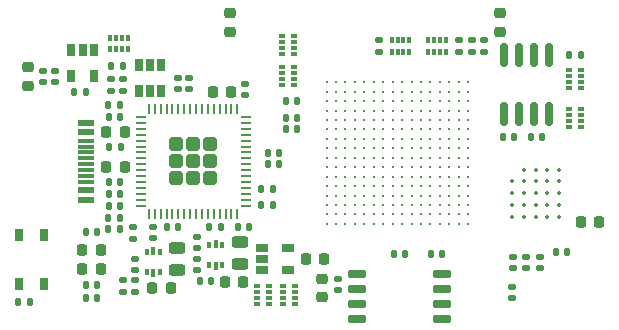
<source format=gtp>
G04 #@! TF.GenerationSoftware,KiCad,Pcbnew,(5.99.0-7519-ga8269b6380)*
G04 #@! TF.CreationDate,2020-12-12T14:20:42-08:00*
G04 #@! TF.ProjectId,icebreaker++,69636562-7265-4616-9b65-722b2b2e6b69,V0.1*
G04 #@! TF.SameCoordinates,PX1c9c380PY3ef1480*
G04 #@! TF.FileFunction,Paste,Top*
G04 #@! TF.FilePolarity,Positive*
%FSLAX46Y46*%
G04 Gerber Fmt 4.6, Leading zero omitted, Abs format (unit mm)*
G04 Created by KiCad (PCBNEW (5.99.0-7519-ga8269b6380)) date 2020-12-12 14:20:42*
%MOMM*%
%LPD*%
G01*
G04 APERTURE LIST*
G04 Aperture macros list*
%AMRoundRect*
0 Rectangle with rounded corners*
0 $1 Rounding radius*
0 $2 $3 $4 $5 $6 $7 $8 $9 X,Y pos of 4 corners*
0 Add a 4 corners polygon primitive as box body*
4,1,4,$2,$3,$4,$5,$6,$7,$8,$9,$2,$3,0*
0 Add four circle primitives for the rounded corners*
1,1,$1+$1,$2,$3,0*
1,1,$1+$1,$4,$5,0*
1,1,$1+$1,$6,$7,0*
1,1,$1+$1,$8,$9,0*
0 Add four rect primitives between the rounded corners*
20,1,$1+$1,$2,$3,$4,$5,0*
20,1,$1+$1,$4,$5,$6,$7,0*
20,1,$1+$1,$6,$7,$8,$9,0*
20,1,$1+$1,$8,$9,$2,$3,0*%
G04 Aperture macros list end*
%ADD10RoundRect,0.147500X0.147500X0.172500X-0.147500X0.172500X-0.147500X-0.172500X0.147500X-0.172500X0*%
%ADD11RoundRect,0.147500X0.172500X-0.147500X0.172500X0.147500X-0.172500X0.147500X-0.172500X-0.147500X0*%
%ADD12RoundRect,0.147500X-0.147500X-0.172500X0.147500X-0.172500X0.147500X0.172500X-0.147500X0.172500X0*%
%ADD13R,0.650000X1.060000*%
%ADD14RoundRect,0.250000X-0.335000X-0.335000X0.335000X-0.335000X0.335000X0.335000X-0.335000X0.335000X0*%
%ADD15RoundRect,0.062500X-0.337500X-0.062500X0.337500X-0.062500X0.337500X0.062500X-0.337500X0.062500X0*%
%ADD16RoundRect,0.062500X-0.062500X-0.337500X0.062500X-0.337500X0.062500X0.337500X-0.062500X0.337500X0*%
%ADD17RoundRect,0.218750X-0.256250X0.218750X-0.256250X-0.218750X0.256250X-0.218750X0.256250X0.218750X0*%
%ADD18RoundRect,0.218750X0.218750X0.256250X-0.218750X0.256250X-0.218750X-0.256250X0.218750X-0.256250X0*%
%ADD19RoundRect,0.147500X-0.172500X0.147500X-0.172500X-0.147500X0.172500X-0.147500X0.172500X0.147500X0*%
%ADD20R,0.400000X0.500000*%
%ADD21R,0.300000X0.500000*%
%ADD22R,0.500000X0.400000*%
%ADD23R,0.500000X0.300000*%
%ADD24RoundRect,0.218750X0.256250X-0.218750X0.256250X0.218750X-0.256250X0.218750X-0.256250X-0.218750X0*%
%ADD25RoundRect,0.218750X-0.218750X-0.256250X0.218750X-0.256250X0.218750X0.256250X-0.218750X0.256250X0*%
%ADD26R,0.650000X1.050000*%
%ADD27R,1.060000X0.650000*%
%ADD28RoundRect,0.150000X0.150000X-0.825000X0.150000X0.825000X-0.150000X0.825000X-0.150000X-0.825000X0*%
%ADD29R,1.450000X0.600000*%
%ADD30R,1.450000X0.300000*%
%ADD31C,0.350000*%
%ADD32RoundRect,0.243750X-0.456250X0.243750X-0.456250X-0.243750X0.456250X-0.243750X0.456250X0.243750X0*%
%ADD33R,0.375000X0.500000*%
%ADD34R,0.300000X0.650000*%
%ADD35C,0.320000*%
%ADD36RoundRect,0.150000X-0.650000X-0.150000X0.650000X-0.150000X0.650000X0.150000X-0.650000X0.150000X0*%
G04 APERTURE END LIST*
D10*
X9410000Y16750000D03*
X8440000Y16750000D03*
D11*
X9650000Y24465000D03*
X9650000Y25435000D03*
X15260000Y24605000D03*
X15260000Y25575000D03*
D10*
X17955000Y12940000D03*
X16985000Y12940000D03*
D12*
X5535000Y24390000D03*
X6505000Y24390000D03*
D11*
X20020000Y24085000D03*
X20020000Y25055000D03*
D12*
X13355000Y12920000D03*
X14325000Y12920000D03*
X6515000Y12500000D03*
X7485000Y12500000D03*
D10*
X1785000Y6600000D03*
X815000Y6600000D03*
X9455000Y19740000D03*
X8485000Y19740000D03*
X9410000Y14750000D03*
X8440000Y14750000D03*
D12*
X8440000Y15750000D03*
X9410000Y15750000D03*
X8425000Y23230000D03*
X9395000Y23230000D03*
D10*
X9410000Y22250000D03*
X8440000Y22250000D03*
D13*
X10990000Y24460000D03*
X11940000Y24460000D03*
X12890000Y24460000D03*
X12890000Y26660000D03*
X11940000Y26660000D03*
X10990000Y26660000D03*
D14*
X17050000Y19950000D03*
X15600000Y17050000D03*
X14150000Y18500000D03*
X14150000Y19950000D03*
X14150000Y17050000D03*
X15600000Y19950000D03*
X15600000Y18500000D03*
X17050000Y17050000D03*
X17050000Y18500000D03*
D15*
X11150000Y22250000D03*
X11150000Y21750000D03*
X11150000Y21250000D03*
X11150000Y20750000D03*
X11150000Y20250000D03*
X11150000Y19750000D03*
X11150000Y19250000D03*
X11150000Y18750000D03*
X11150000Y18250000D03*
X11150000Y17750000D03*
X11150000Y17250000D03*
X11150000Y16750000D03*
X11150000Y16250000D03*
X11150000Y15750000D03*
X11150000Y15250000D03*
X11150000Y14750000D03*
D16*
X11850000Y14050000D03*
X12350000Y14050000D03*
X12850000Y14050000D03*
X13350000Y14050000D03*
X13850000Y14050000D03*
X14350000Y14050000D03*
X14850000Y14050000D03*
X15350000Y14050000D03*
X15850000Y14050000D03*
X16350000Y14050000D03*
X16850000Y14050000D03*
X17350000Y14050000D03*
X17850000Y14050000D03*
X18350000Y14050000D03*
X18850000Y14050000D03*
X19350000Y14050000D03*
D15*
X20050000Y14750000D03*
X20050000Y15250000D03*
X20050000Y15750000D03*
X20050000Y16250000D03*
X20050000Y16750000D03*
X20050000Y17250000D03*
X20050000Y17750000D03*
X20050000Y18250000D03*
X20050000Y18750000D03*
X20050000Y19250000D03*
X20050000Y19750000D03*
X20050000Y20250000D03*
X20050000Y20750000D03*
X20050000Y21250000D03*
X20050000Y21750000D03*
X20050000Y22250000D03*
D16*
X19350000Y22950000D03*
X18850000Y22950000D03*
X18350000Y22950000D03*
X17850000Y22950000D03*
X17350000Y22950000D03*
X16850000Y22950000D03*
X16350000Y22950000D03*
X15850000Y22950000D03*
X15350000Y22950000D03*
X14850000Y22950000D03*
X14350000Y22950000D03*
X13850000Y22950000D03*
X13350000Y22950000D03*
X12850000Y22950000D03*
X12350000Y22950000D03*
X11850000Y22950000D03*
D11*
X14280000Y24605000D03*
X14280000Y25575000D03*
D10*
X9405000Y13740000D03*
X8435000Y13740000D03*
D11*
X27830000Y7575000D03*
X27830000Y8545000D03*
D12*
X6515000Y8000000D03*
X7485000Y8000000D03*
D17*
X26530000Y8547500D03*
X26530000Y6972500D03*
D18*
X7787500Y11000000D03*
X6212500Y11000000D03*
X7787500Y9400000D03*
X6212500Y9400000D03*
D10*
X36685000Y10670000D03*
X35715000Y10670000D03*
D12*
X21925000Y19200000D03*
X22895000Y19200000D03*
X21365000Y16180000D03*
X22335000Y16180000D03*
D10*
X9645000Y26540000D03*
X8675000Y26540000D03*
D18*
X9807500Y18000000D03*
X8232500Y18000000D03*
X9807500Y20990000D03*
X8232500Y20990000D03*
D19*
X3900000Y26185000D03*
X3900000Y25215000D03*
X2900000Y26185000D03*
X2900000Y25215000D03*
D18*
X18837500Y24370000D03*
X17262500Y24370000D03*
D20*
X32410000Y27790000D03*
D21*
X32910000Y27790000D03*
X33410000Y27790000D03*
D20*
X33910000Y27790000D03*
X33910000Y28790000D03*
D21*
X33410000Y28790000D03*
X32910000Y28790000D03*
D20*
X32410000Y28790000D03*
D12*
X21913230Y18244152D03*
X22883230Y18244152D03*
D22*
X23200000Y7945000D03*
D23*
X23200000Y7445000D03*
X23200000Y6945000D03*
D22*
X23200000Y6445000D03*
X24200000Y6445000D03*
D23*
X24200000Y6945000D03*
X24200000Y7445000D03*
D22*
X24200000Y7945000D03*
D24*
X41600000Y29462500D03*
X41600000Y31037500D03*
X18700000Y29462500D03*
X18700000Y31037500D03*
D25*
X48412500Y13400000D03*
X49987500Y13400000D03*
D26*
X2975000Y8125000D03*
X2975000Y12275000D03*
X825000Y12275000D03*
X825000Y8125000D03*
D17*
X1600000Y26487500D03*
X1600000Y24912500D03*
D12*
X19365000Y12930000D03*
X20335000Y12930000D03*
X44200000Y20600000D03*
X45170000Y20600000D03*
D11*
X9650000Y7445000D03*
X9650000Y8415000D03*
D10*
X24400000Y23650000D03*
X23430000Y23650000D03*
D19*
X10640000Y10260000D03*
X10640000Y9290000D03*
D13*
X7200000Y27900000D03*
X6250000Y27900000D03*
X5300000Y27900000D03*
X5300000Y25700000D03*
X7200000Y25700000D03*
D10*
X24395000Y21230000D03*
X23425000Y21230000D03*
D27*
X21420000Y11200000D03*
X21420000Y10250000D03*
X21420000Y9300000D03*
X23620000Y9300000D03*
X23620000Y11200000D03*
D25*
X25122500Y10240000D03*
X26697500Y10240000D03*
D12*
X46315000Y10800000D03*
X47285000Y10800000D03*
D19*
X43800000Y10415000D03*
X43800000Y9445000D03*
D11*
X31320000Y27775000D03*
X31320000Y28745000D03*
D20*
X35500000Y27790000D03*
D21*
X36000000Y27790000D03*
X36500000Y27790000D03*
D20*
X37000000Y27790000D03*
X37000000Y28790000D03*
D21*
X36500000Y28790000D03*
X36000000Y28790000D03*
D20*
X35500000Y28790000D03*
D19*
X8680000Y25435000D03*
X8680000Y24465000D03*
D22*
X23150000Y29070000D03*
D23*
X23150000Y28570000D03*
X23150000Y28070000D03*
D22*
X23150000Y27570000D03*
X24150000Y27570000D03*
D23*
X24150000Y28070000D03*
X24150000Y28570000D03*
D22*
X24150000Y29070000D03*
D12*
X32585000Y10680000D03*
X33555000Y10680000D03*
D11*
X39200000Y27765000D03*
X39200000Y28735000D03*
D19*
X42660000Y10415000D03*
X42660000Y9445000D03*
D28*
X41895000Y22525000D03*
X43165000Y22525000D03*
X44435000Y22525000D03*
X45705000Y22525000D03*
X45705000Y27475000D03*
X44435000Y27475000D03*
X43165000Y27475000D03*
X41895000Y27475000D03*
D22*
X21050000Y7950000D03*
D23*
X21050000Y7450000D03*
X21050000Y6950000D03*
D22*
X21050000Y6450000D03*
X22050000Y6450000D03*
D23*
X22050000Y6950000D03*
X22050000Y7450000D03*
D22*
X22050000Y7950000D03*
D19*
X45000000Y10415000D03*
X45000000Y9445000D03*
D29*
X6545000Y21750000D03*
X6545000Y20950000D03*
D30*
X6545000Y19750000D03*
X6545000Y18750000D03*
X6545000Y18250000D03*
X6545000Y17250000D03*
D29*
X6545000Y16050000D03*
X6545000Y15250000D03*
X6545000Y15250000D03*
X6545000Y16050000D03*
D30*
X6545000Y16750000D03*
X6545000Y17750000D03*
X6545000Y19250000D03*
X6545000Y20250000D03*
D29*
X6545000Y20950000D03*
X6545000Y21750000D03*
D31*
X43600000Y17800000D03*
X44600000Y17800000D03*
X45600000Y17800000D03*
X46600000Y17800000D03*
X42600000Y16800000D03*
X43600000Y16800000D03*
X44600000Y16800000D03*
X45600000Y16800000D03*
X46600000Y16800000D03*
X42600000Y15800000D03*
X43600000Y15800000D03*
X44600000Y15800000D03*
X45600000Y15800000D03*
X46600000Y15800000D03*
X42600000Y14800000D03*
X43600000Y14800000D03*
X44600000Y14800000D03*
X45600000Y14800000D03*
X46600000Y14800000D03*
X42600000Y13800000D03*
X43600000Y13800000D03*
X44600000Y13800000D03*
X45600000Y13800000D03*
X46600000Y13800000D03*
D32*
X19600000Y11677500D03*
X19600000Y9802500D03*
D33*
X16972500Y9690000D03*
D34*
X17510000Y9615000D03*
D33*
X18047500Y9690000D03*
X18047500Y11390000D03*
D34*
X17510000Y11465000D03*
D33*
X16972500Y11390000D03*
D10*
X24405000Y22210000D03*
X23435000Y22210000D03*
X22335000Y14800000D03*
X21365000Y14800000D03*
X17155000Y8360000D03*
X16185000Y8360000D03*
D18*
X13720000Y7780000D03*
X12145000Y7780000D03*
D12*
X41800000Y20600000D03*
X42770000Y20600000D03*
D22*
X23150000Y26460000D03*
D23*
X23150000Y25960000D03*
X23150000Y25460000D03*
D22*
X23150000Y24960000D03*
X24150000Y24960000D03*
D23*
X24150000Y25460000D03*
X24150000Y25960000D03*
D22*
X24150000Y26460000D03*
D35*
X38900000Y25200000D03*
X38900000Y24400000D03*
X38900000Y23600000D03*
X38900000Y22800000D03*
X38900000Y22000000D03*
X38900000Y21200000D03*
X38900000Y20400000D03*
X38900000Y19600000D03*
X38900000Y18800000D03*
X38900000Y18000000D03*
X38900000Y17200000D03*
X38900000Y16400000D03*
X38900000Y15600000D03*
X38900000Y14800000D03*
X38900000Y14000000D03*
X38900000Y13200000D03*
X38100000Y25200000D03*
X38100000Y24400000D03*
X38100000Y23600000D03*
X38100000Y22800000D03*
X38100000Y22000000D03*
X38100000Y21200000D03*
X38100000Y20400000D03*
X38100000Y19600000D03*
X38100000Y18800000D03*
X38100000Y18000000D03*
X38100000Y17200000D03*
X38100000Y16400000D03*
X38100000Y15600000D03*
X38100000Y14800000D03*
X38100000Y14000000D03*
X38100000Y13200000D03*
X37300000Y25200000D03*
X37300000Y24400000D03*
X37300000Y23600000D03*
X37300000Y22800000D03*
X37300000Y22000000D03*
X37300000Y21200000D03*
X37300000Y20400000D03*
X37300000Y19600000D03*
X37300000Y18800000D03*
X37300000Y18000000D03*
X37300000Y17200000D03*
X37300000Y16400000D03*
X37300000Y15600000D03*
X37300000Y14800000D03*
X37300000Y14000000D03*
X37300000Y13200000D03*
X36500000Y25200000D03*
X36500000Y24400000D03*
X36500000Y23600000D03*
X36500000Y22800000D03*
X36500000Y22000000D03*
X36500000Y21200000D03*
X36500000Y20400000D03*
X36500000Y19600000D03*
X36500000Y18800000D03*
X36500000Y18000000D03*
X36500000Y17200000D03*
X36500000Y16400000D03*
X36500000Y15600000D03*
X36500000Y14800000D03*
X36500000Y14000000D03*
X36500000Y13200000D03*
X35700000Y25200000D03*
X35700000Y24400000D03*
X35700000Y23600000D03*
X35700000Y22800000D03*
X35700000Y22000000D03*
X35700000Y21200000D03*
X35700000Y20400000D03*
X35700000Y19600000D03*
X35700000Y18800000D03*
X35700000Y18000000D03*
X35700000Y17200000D03*
X35700000Y16400000D03*
X35700000Y15600000D03*
X35700000Y14800000D03*
X35700000Y14000000D03*
X35700000Y13200000D03*
X34900000Y25200000D03*
X34900000Y24400000D03*
X34900000Y23600000D03*
X34900000Y22800000D03*
X34900000Y22000000D03*
X34900000Y21200000D03*
X34900000Y20400000D03*
X34900000Y19600000D03*
X34900000Y18800000D03*
X34900000Y18000000D03*
X34900000Y17200000D03*
X34900000Y16400000D03*
X34900000Y15600000D03*
X34900000Y14800000D03*
X34900000Y14000000D03*
X34900000Y13200000D03*
X34100000Y25200000D03*
X34100000Y24400000D03*
X34100000Y23600000D03*
X34100000Y22800000D03*
X34100000Y22000000D03*
X34100000Y21200000D03*
X34100000Y20400000D03*
X34100000Y19600000D03*
X34100000Y18800000D03*
X34100000Y18000000D03*
X34100000Y17200000D03*
X34100000Y16400000D03*
X34100000Y15600000D03*
X34100000Y14800000D03*
X34100000Y14000000D03*
X34100000Y13200000D03*
X33300000Y25200000D03*
X33300000Y24400000D03*
X33300000Y23600000D03*
X33300000Y22800000D03*
X33300000Y22000000D03*
X33300000Y21200000D03*
X33300000Y20400000D03*
X33300000Y19600000D03*
X33300000Y18800000D03*
X33300000Y18000000D03*
X33300000Y17200000D03*
X33300000Y16400000D03*
X33300000Y15600000D03*
X33300000Y14800000D03*
X33300000Y14000000D03*
X33300000Y13200000D03*
X32500000Y25200000D03*
X32500000Y24400000D03*
X32500000Y23600000D03*
X32500000Y22800000D03*
X32500000Y22000000D03*
X32500000Y21200000D03*
X32500000Y20400000D03*
X32500000Y19600000D03*
X32500000Y18800000D03*
X32500000Y18000000D03*
X32500000Y17200000D03*
X32500000Y16400000D03*
X32500000Y15600000D03*
X32500000Y14800000D03*
X32500000Y14000000D03*
X32500000Y13200000D03*
X31700000Y25200000D03*
X31700000Y24400000D03*
X31700000Y23600000D03*
X31700000Y22800000D03*
X31700000Y22000000D03*
X31700000Y21200000D03*
X31700000Y20400000D03*
X31700000Y19600000D03*
X31700000Y18800000D03*
X31700000Y18000000D03*
X31700000Y17200000D03*
X31700000Y16400000D03*
X31700000Y15600000D03*
X31700000Y14800000D03*
X31700000Y14000000D03*
X31700000Y13200000D03*
X30900000Y25200000D03*
X30900000Y24400000D03*
X30900000Y23600000D03*
X30900000Y22800000D03*
X30900000Y22000000D03*
X30900000Y21200000D03*
X30900000Y20400000D03*
X30900000Y19600000D03*
X30900000Y18800000D03*
X30900000Y18000000D03*
X30900000Y17200000D03*
X30900000Y16400000D03*
X30900000Y15600000D03*
X30900000Y14800000D03*
X30900000Y14000000D03*
X30900000Y13200000D03*
X30100000Y25200000D03*
X30100000Y24400000D03*
X30100000Y23600000D03*
X30100000Y22800000D03*
X30100000Y22000000D03*
X30100000Y21200000D03*
X30100000Y20400000D03*
X30100000Y19600000D03*
X30100000Y18800000D03*
X30100000Y18000000D03*
X30100000Y17200000D03*
X30100000Y16400000D03*
X30100000Y15600000D03*
X30100000Y14800000D03*
X30100000Y14000000D03*
X30100000Y13200000D03*
X29300000Y25200000D03*
X29300000Y24400000D03*
X29300000Y23600000D03*
X29300000Y22800000D03*
X29300000Y22000000D03*
X29300000Y21200000D03*
X29300000Y20400000D03*
X29300000Y19600000D03*
X29300000Y18800000D03*
X29300000Y18000000D03*
X29300000Y17200000D03*
X29300000Y16400000D03*
X29300000Y15600000D03*
X29300000Y14800000D03*
X29300000Y14000000D03*
X29300000Y13200000D03*
X28500000Y25200000D03*
X28500000Y24400000D03*
X28500000Y23600000D03*
X28500000Y22800000D03*
X28500000Y22000000D03*
X28500000Y21200000D03*
X28500000Y20400000D03*
X28500000Y19600000D03*
X28500000Y18800000D03*
X28500000Y18000000D03*
X28500000Y17200000D03*
X28500000Y16400000D03*
X28500000Y15600000D03*
X28500000Y14800000D03*
X28500000Y14000000D03*
X28500000Y13200000D03*
X27700000Y25200000D03*
X27700000Y24400000D03*
X27700000Y23600000D03*
X27700000Y22800000D03*
X27700000Y22000000D03*
X27700000Y21200000D03*
X27700000Y20400000D03*
X27700000Y19600000D03*
X27700000Y18800000D03*
X27700000Y18000000D03*
X27700000Y17200000D03*
X27700000Y16400000D03*
X27700000Y15600000D03*
X27700000Y14800000D03*
X27700000Y14000000D03*
X27700000Y13200000D03*
X26900000Y25200000D03*
X26900000Y24400000D03*
X26900000Y23600000D03*
X26900000Y22800000D03*
X26900000Y22000000D03*
X26900000Y21200000D03*
X26900000Y20400000D03*
X26900000Y19600000D03*
X26900000Y18800000D03*
X26900000Y18000000D03*
X26900000Y17200000D03*
X26900000Y16400000D03*
X26900000Y15600000D03*
X26900000Y14800000D03*
X26900000Y14000000D03*
X26900000Y13200000D03*
D19*
X15930000Y10245000D03*
X15930000Y9275000D03*
D11*
X40250000Y27780000D03*
X40250000Y28750000D03*
D36*
X29440000Y8995000D03*
X29440000Y7725000D03*
X29440000Y6455000D03*
X29440000Y5185000D03*
X36640000Y5185000D03*
X36640000Y6455000D03*
X36640000Y7725000D03*
X36640000Y8995000D03*
D18*
X19867500Y8290000D03*
X18292500Y8290000D03*
D12*
X6515000Y6900000D03*
X7485000Y6900000D03*
X47465000Y27500000D03*
X48435000Y27500000D03*
D32*
X14250000Y11137500D03*
X14250000Y9262500D03*
D22*
X47465000Y22935000D03*
D23*
X47465000Y22435000D03*
X47465000Y21935000D03*
D22*
X47465000Y21435000D03*
X48465000Y21435000D03*
D23*
X48465000Y21935000D03*
X48465000Y22435000D03*
D22*
X48465000Y22935000D03*
X47465000Y26235000D03*
D23*
X47465000Y25735000D03*
X47465000Y25235000D03*
D22*
X47465000Y24735000D03*
X48465000Y24735000D03*
D23*
X48465000Y25235000D03*
X48465000Y25735000D03*
D22*
X48465000Y26235000D03*
D19*
X10640000Y8425000D03*
X10640000Y7455000D03*
D11*
X12170000Y11975000D03*
X12170000Y12945000D03*
X15920000Y11135000D03*
X15920000Y12105000D03*
X38100000Y27765000D03*
X38100000Y28735000D03*
D19*
X10520000Y12905000D03*
X10520000Y11935000D03*
X42580000Y7857500D03*
X42580000Y6887500D03*
D33*
X11682500Y9160000D03*
D34*
X12220000Y9085000D03*
D33*
X12757500Y9160000D03*
X12757500Y10860000D03*
D34*
X12220000Y10935000D03*
D33*
X11682500Y10860000D03*
D10*
X9405000Y12770000D03*
X8435000Y12770000D03*
D20*
X8560000Y27980000D03*
D21*
X9060000Y27980000D03*
X9560000Y27980000D03*
D20*
X10060000Y27980000D03*
X10060000Y28980000D03*
D21*
X9560000Y28980000D03*
X9060000Y28980000D03*
D20*
X8560000Y28980000D03*
M02*

</source>
